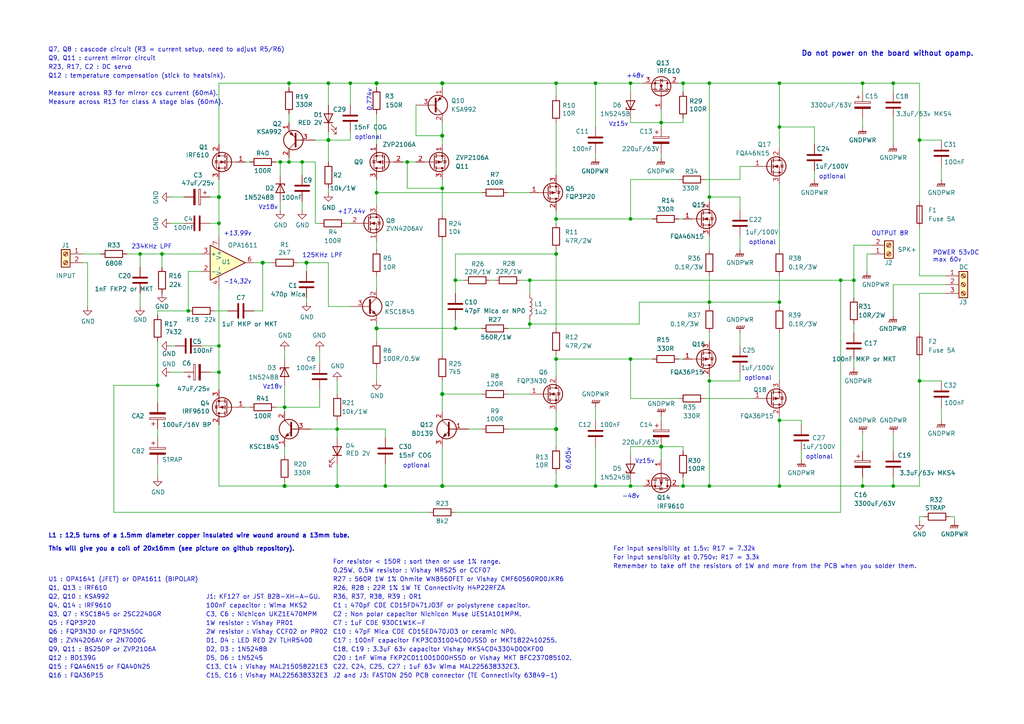
<source format=kicad_sch>
(kicad_sch (version 20211123) (generator eeschema)
  (paper "A4")
  (title_block (title "Q17-TURBO (P2) Amplifier") (date "2023-02-18") (rev "1.0.2") (company "by eng. Tiberiu Vicol") (comment 1 "Modified by Stef for the Q17-TURBO project") (comment 4 "Q17 a QUAD405 audiophile approach"))
  (junction (at 243.84 81.28))
  (junction (at 247.65 81.28))
  (junction (at 54.61 90.17))
  (junction (at 259.08 140.97))
  (junction (at 81.28 46.99))
  (junction (at 205.74 24.13))
  (junction (at 63.5 100.33))
  (junction (at 226.06 87.63))
  (junction (at 76.2 76.2) (diameter 1.016))
  (junction (at 128.27 140.97) (diameter 1.016))
  (junction (at 259.08 24.13))
  (junction (at 205.74 57.15))
  (junction (at 250.19 140.97))
  (junction (at 128.27 39.37) (diameter 1.016))
  (junction (at 205.74 87.63))
  (junction (at 45.72 111.76))
  (junction (at 118.11 46.99))
  (junction (at 83.82 46.99))
  (junction (at 153.67 93.98))
  (junction (at 101.6 24.13))
  (junction (at 63.5 107.95))
  (junction (at 226.06 24.13))
  (junction (at 82.55 140.97) (diameter 1.016))
  (junction (at 266.7 40.64))
  (junction (at 250.19 24.13))
  (junction (at 226.06 36.83))
  (junction (at 109.22 95.25) (diameter 1.016))
  (junction (at 182.88 63.5))
  (junction (at 109.22 24.13) (diameter 1.016))
  (junction (at 88.9 76.2) (diameter 1.016))
  (junction (at 191.77 129.54) (diameter 1.016))
  (junction (at 46.99 73.66))
  (junction (at 161.29 24.13))
  (junction (at 95.25 24.13))
  (junction (at 97.79 124.46))
  (junction (at 198.12 24.13))
  (junction (at 83.82 24.13))
  (junction (at 128.27 54.61))
  (junction (at 161.29 140.97))
  (junction (at 132.08 81.28))
  (junction (at 97.79 140.97) (diameter 1.016))
  (junction (at 128.27 24.13) (diameter 1.016))
  (junction (at 198.12 140.97))
  (junction (at 172.72 24.13))
  (junction (at 161.29 73.66))
  (junction (at 40.64 73.66))
  (junction (at 153.67 81.28))
  (junction (at 172.72 140.97))
  (junction (at 161.29 63.5))
  (junction (at 87.63 46.99))
  (junction (at 161.29 104.14))
  (junction (at 82.55 118.11))
  (junction (at 161.29 124.46) (diameter 1.016))
  (junction (at 109.22 55.88))
  (junction (at 226.06 140.97))
  (junction (at 182.88 104.14))
  (junction (at 63.5 64.77))
  (junction (at 111.76 140.97))
  (junction (at 191.77 35.56))
  (junction (at 128.27 114.3) (diameter 1.016))
  (junction (at 205.74 110.49))
  (junction (at 95.25 40.64) (diameter 1.016))
  (junction (at 182.88 24.13))
  (junction (at 63.5 57.15) (diameter 1.016))
  (junction (at 205.74 140.97))
  (junction (at 226.06 121.92))
  (junction (at 132.08 95.25))
  (junction (at 266.7 110.49))
  (junction (at 182.88 140.97))
  (wire (pts (xy 250.19 24.13) (xy 259.08 24.13)))
  (wire (pts (xy 134.62 81.28) (xy 132.08 81.28)))
  (wire (pts (xy 198.12 130.81) (xy 198.12 129.54)))
  (wire (pts (xy 88.9 76.2) (xy 95.25 76.2)))
  (wire (pts (xy 153.67 81.28) (xy 243.84 81.28)))
  (wire (pts (xy 124.46 148.59) (xy 33.02 148.59)))
  (wire (pts (xy 45.72 111.76) (xy 45.72 116.84)))
  (wire (pts (xy 132.08 73.66) (xy 161.29 73.66)))
  (wire (pts (xy 95.25 40.64) (xy 95.25 38.1)))
  (wire (pts (xy 91.44 40.64) (xy 95.25 40.64)))
  (wire (pts (xy 97.79 121.92) (xy 97.79 124.46)))
  (wire (pts (xy 182.88 63.5) (xy 189.23 63.5)))
  (wire (pts (xy 118.11 54.61) (xy 118.11 46.99)))
  (wire (pts (xy 198.12 129.54) (xy 191.77 129.54)))
  (wire (pts (xy 83.82 33.02) (xy 83.82 35.56)))
  (wire (pts (xy 226.06 24.13) (xy 226.06 36.83)))
  (wire (pts (xy 91.44 64.77) (xy 91.44 46.99)))
  (wire (pts (xy 128.27 54.61) (xy 118.11 54.61)))
  (wire (pts (xy 71.12 46.99) (xy 72.39 46.99)))
  (wire (pts (xy 198.12 24.13) (xy 198.12 26.67)))
  (wire (pts (xy 45.72 99.06) (xy 45.72 111.76)))
  (wire (pts (xy 266.7 85.09) (xy 266.7 96.52)))
  (wire (pts (xy 226.06 36.83) (xy 226.06 43.18)))
  (wire (pts (xy 161.29 119.38) (xy 161.29 124.46)))
  (wire (pts (xy 161.29 124.46) (xy 161.29 129.54)))
  (wire (pts (xy 232.41 133.35) (xy 232.41 130.81)))
  (wire (pts (xy 132.08 73.66) (xy 132.08 81.28)))
  (wire (pts (xy 161.29 63.5) (xy 182.88 63.5)))
  (wire (pts (xy 243.84 81.28) (xy 243.84 148.59)))
  (wire (pts (xy 226.06 87.63) (xy 226.06 88.9)))
  (wire (pts (xy 40.64 77.47) (xy 40.64 73.66)))
  (wire (pts (xy 45.72 134.62) (xy 45.72 138.43)))
  (wire (pts (xy 76.2 76.2) (xy 76.2 90.17)))
  (wire (pts (xy 153.67 93.98) (xy 153.67 95.25)))
  (wire (pts (xy 236.22 41.91) (xy 236.22 36.83)))
  (wire (pts (xy 128.27 69.85) (xy 128.27 102.87)))
  (wire (pts (xy 45.72 124.46) (xy 45.72 127)))
  (wire (pts (xy 191.77 31.75) (xy 191.77 35.56)))
  (wire (pts (xy 63.5 113.03) (xy 63.5 107.95)))
  (wire (pts (xy 205.74 96.52) (xy 205.74 99.06)))
  (wire (pts (xy 247.65 81.28) (xy 247.65 86.36)))
  (wire (pts (xy 214.63 48.26) (xy 218.44 48.26)))
  (wire (pts (xy 111.76 134.62) (xy 111.76 140.97)))
  (wire (pts (xy 247.65 71.12) (xy 247.65 81.28)))
  (wire (pts (xy 226.06 36.83) (xy 236.22 36.83)))
  (wire (pts (xy 226.06 110.49) (xy 226.06 96.52)))
  (wire (pts (xy 83.82 45.72) (xy 83.82 46.99)))
  (wire (pts (xy 161.29 104.14) (xy 161.29 109.22)))
  (wire (pts (xy 40.64 73.66) (xy 46.99 73.66)))
  (wire (pts (xy 128.27 52.07) (xy 128.27 54.61)))
  (wire (pts (xy 132.08 81.28) (xy 132.08 85.09)))
  (wire (pts (xy 205.74 140.97) (xy 226.06 140.97)))
  (wire (pts (xy 161.29 140.97) (xy 172.72 140.97)))
  (wire (pts (xy 182.88 24.13) (xy 186.69 24.13)))
  (wire (pts (xy 25.4 88.9) (xy 25.4 76.2)))
  (wire (pts (xy 236.22 49.53) (xy 236.22 52.07)))
  (wire (pts (xy 63.5 123.19) (xy 63.5 140.97)))
  (wire (pts (xy 71.12 118.11) (xy 72.39 118.11)))
  (wire (pts (xy 153.67 55.88) (xy 147.32 55.88)))
  (wire (pts (xy 33.02 111.76) (xy 45.72 111.76)))
  (wire (pts (xy 33.02 148.59) (xy 33.02 111.76)))
  (wire (pts (xy 250.19 138.43) (xy 250.19 140.97)))
  (wire (pts (xy 128.27 35.56) (xy 128.27 39.37)))
  (wire (pts (xy 161.29 35.56) (xy 161.29 50.8)))
  (wire (pts (xy 198.12 140.97) (xy 205.74 140.97)))
  (wire (pts (xy 153.67 93.98) (xy 185.42 93.98)))
  (wire (pts (xy 82.55 139.7) (xy 82.55 140.97)))
  (wire (pts (xy 80.01 46.99) (xy 81.28 46.99)))
  (wire (pts (xy 259.08 24.13) (xy 259.08 26.67)))
  (wire (pts (xy 251.46 78.74) (xy 251.46 73.66)))
  (wire (pts (xy 182.88 104.14) (xy 182.88 115.57)))
  (wire (pts (xy 46.99 77.47) (xy 46.99 73.66)))
  (wire (pts (xy 252.73 71.12) (xy 247.65 71.12)))
  (wire (pts (xy 60.96 107.95) (xy 63.5 107.95)))
  (wire (pts (xy 205.74 87.63) (xy 205.74 88.9)))
  (wire (pts (xy 204.47 52.07) (xy 214.63 52.07)))
  (wire (pts (xy 101.6 88.9) (xy 95.25 88.9)))
  (wire (pts (xy 95.25 88.9) (xy 95.25 76.2)))
  (wire (pts (xy 214.63 60.96) (xy 214.63 57.15)))
  (wire (pts (xy 36.83 73.66) (xy 40.64 73.66)))
  (wire (pts (xy 266.7 40.64) (xy 266.7 58.42)))
  (wire (pts (xy 128.27 24.13) (xy 161.29 24.13)))
  (wire (pts (xy 266.7 85.09) (xy 274.32 85.09)))
  (wire (pts (xy 259.08 140.97) (xy 250.19 140.97)))
  (wire (pts (xy 83.82 24.13) (xy 95.25 24.13)))
  (wire (pts (xy 128.27 114.3) (xy 139.7 114.3)))
  (wire (pts (xy 142.24 81.28) (xy 143.51 81.28)))
  (wire (pts (xy 62.23 90.17) (xy 66.04 90.17)))
  (wire (pts (xy 191.77 36.83) (xy 191.77 35.56)))
  (wire (pts (xy 172.72 140.97) (xy 182.88 140.97)))
  (wire (pts (xy 226.06 121.92) (xy 232.41 121.92)))
  (wire (pts (xy 63.5 52.07) (xy 63.5 57.15)))
  (wire (pts (xy 63.5 57.15) (xy 63.5 64.77)))
  (wire (pts (xy 95.25 40.64) (xy 101.6 40.64)))
  (wire (pts (xy 147.32 114.3) (xy 153.67 114.3)))
  (wire (pts (xy 60.96 64.77) (xy 63.5 64.77)))
  (wire (pts (xy 153.67 92.71) (xy 153.67 93.98)))
  (wire (pts (xy 147.32 95.25) (xy 153.67 95.25)))
  (wire (pts (xy 196.85 63.5) (xy 198.12 63.5)))
  (wire (pts (xy 82.55 140.97) (xy 97.79 140.97)))
  (wire (pts (xy 205.74 109.22) (xy 205.74 110.49)))
  (wire (pts (xy 196.85 104.14) (xy 198.12 104.14)))
  (wire (pts (xy 191.77 45.72) (xy 191.77 44.45)))
  (wire (pts (xy 49.53 64.77) (xy 53.34 64.77)))
  (wire (pts (xy 101.6 24.13) (xy 109.22 24.13)))
  (wire (pts (xy 161.29 24.13) (xy 172.72 24.13)))
  (wire (pts (xy 161.29 24.13) (xy 161.29 27.94)))
  (wire (pts (xy 81.28 46.99) (xy 83.82 46.99)))
  (wire (pts (xy 132.08 95.25) (xy 139.7 95.25)))
  (wire (pts (xy 92.71 113.03) (xy 92.71 118.11)))
  (wire (pts (xy 25.4 76.2) (xy 24.13 76.2)))
  (wire (pts (xy 97.79 124.46) (xy 97.79 127)))
  (wire (pts (xy 267.97 149.86) (xy 266.7 149.86)))
  (wire (pts (xy 118.11 46.99) (xy 120.65 46.99)))
  (wire (pts (xy 182.88 104.14) (xy 189.23 104.14)))
  (wire (pts (xy 128.27 110.49) (xy 128.27 114.3)))
  (wire (pts (xy 151.13 81.28) (xy 153.67 81.28)))
  (wire (pts (xy 226.06 120.65) (xy 226.06 121.92)))
  (wire (pts (xy 101.6 24.13) (xy 101.6 30.48)))
  (wire (pts (xy 80.01 118.11) (xy 82.55 118.11)))
  (wire (pts (xy 147.32 124.46) (xy 161.29 124.46)))
  (wire (pts (xy 161.29 102.87) (xy 161.29 104.14)))
  (wire (pts (xy 182.88 115.57) (xy 196.85 115.57)))
  (wire (pts (xy 214.63 96.52) (xy 214.63 100.33)))
  (wire (pts (xy 185.42 93.98) (xy 185.42 87.63)))
  (wire (pts (xy 95.25 30.48) (xy 95.25 24.13)))
  (wire (pts (xy 49.53 100.33) (xy 50.8 100.33)))
  (wire (pts (xy 97.79 114.3) (xy 97.79 110.49)))
  (wire (pts (xy 128.27 114.3) (xy 128.27 119.38)))
  (wire (pts (xy 182.88 35.56) (xy 191.77 35.56)))
  (wire (pts (xy 182.88 34.29) (xy 182.88 35.56)))
  (wire (pts (xy 214.63 68.58) (xy 214.63 72.39)))
  (wire (pts (xy 259.08 34.29) (xy 259.08 41.91)))
  (wire (pts (xy 109.22 80.01) (xy 109.22 83.82)))
  (wire (pts (xy 109.22 69.85) (xy 109.22 72.39)))
  (wire (pts (xy 109.22 52.07) (xy 109.22 55.88)))
  (wire (pts (xy 88.9 76.2) (xy 88.9 78.74)))
  (wire (pts (xy 86.36 76.2) (xy 88.9 76.2)))
  (wire (pts (xy 87.63 46.99) (xy 87.63 50.8)))
  (wire (pts (xy 128.27 39.37) (xy 128.27 41.91)))
  (wire (pts (xy 226.06 140.97) (xy 250.19 140.97)))
  (wire (pts (xy 252.73 73.66) (xy 251.46 73.66)))
  (wire (pts (xy 132.08 92.71) (xy 132.08 95.25)))
  (wire (pts (xy 172.72 45.72) (xy 172.72 44.45)))
  (wire (pts (xy 95.25 54.61) (xy 95.25 55.88)))
  (wire (pts (xy 139.7 124.46) (xy 135.89 124.46)))
  (wire (pts (xy 185.42 87.63) (xy 205.74 87.63)))
  (wire (pts (xy 132.08 148.59) (xy 243.84 148.59)))
  (wire (pts (xy 60.96 57.15) (xy 63.5 57.15)))
  (wire (pts (xy 205.74 110.49) (xy 205.74 140.97)))
  (wire (pts (xy 273.05 40.64) (xy 266.7 40.64)))
  (wire (pts (xy 54.61 78.74) (xy 58.42 78.74)))
  (wire (pts (xy 128.27 24.13) (xy 128.27 25.4)))
  (wire (pts (xy 182.88 52.07) (xy 196.85 52.07)))
  (wire (pts (xy 226.06 121.92) (xy 226.06 140.97)))
  (wire (pts (xy 196.85 140.97) (xy 198.12 140.97)))
  (wire (pts (xy 161.29 73.66) (xy 161.29 72.39)))
  (wire (pts (xy 273.05 110.49) (xy 266.7 110.49)))
  (wire (pts (xy 161.29 140.97) (xy 161.29 137.16)))
  (wire (pts (xy 128.27 129.54) (xy 128.27 140.97)))
  (wire (pts (xy 128.27 140.97) (xy 161.29 140.97)))
  (wire (pts (xy 45.72 90.17) (xy 45.72 91.44)))
  (wire (pts (xy 120.65 30.48) (xy 120.65 39.37)))
  (wire (pts (xy 63.5 41.91) (xy 63.5 24.13)))
  (wire (pts (xy 63.5 24.13) (xy 83.82 24.13)))
  (wire (pts (xy 90.17 124.46) (xy 97.79 124.46)))
  (wire (pts (xy 128.27 54.61) (xy 128.27 62.23)))
  (wire (pts (xy 191.77 121.92) (xy 191.77 120.65)))
  (wire (pts (xy 161.29 73.66) (xy 161.29 95.25)))
  (wire (pts (xy 259.08 125.73) (xy 259.08 130.81)))
  (wire (pts (xy 172.72 129.54) (xy 172.72 140.97)))
  (wire (pts (xy 161.29 63.5) (xy 161.29 64.77)))
  (wire (pts (xy 116.84 46.99) (xy 118.11 46.99)))
  (wire (pts (xy 83.82 25.4) (xy 83.82 24.13)))
  (wire (pts (xy 205.74 80.01) (xy 205.74 87.63)))
  (wire (pts (xy 226.06 80.01) (xy 226.06 87.63)))
  (wire (pts (xy 214.63 57.15) (xy 205.74 57.15)))
  (wire (pts (xy 266.7 24.13) (xy 266.7 40.64)))
  (wire (pts (xy 266.7 149.86) (xy 266.7 151.13)))
  (wire (pts (xy 109.22 55.88) (xy 139.7 55.88)))
  (wire (pts (xy 266.7 80.01) (xy 274.32 80.01)))
  (wire (pts (xy 109.22 106.68) (xy 109.22 110.49)))
  (wire (pts (xy 214.63 52.07) (xy 214.63 48.26)))
  (wire (pts (xy 198.12 138.43) (xy 198.12 140.97)))
  (wire (pts (xy 266.7 66.04) (xy 266.7 80.01)))
  (wire (pts (xy 95.25 24.13) (xy 101.6 24.13)))
  (wire (pts (xy 63.5 140.97) (xy 82.55 140.97)))
  (wire (pts (xy 88.9 86.36) (xy 88.9 87.63)))
  (wire (pts (xy 97.79 140.97) (xy 97.79 134.62)))
  (wire (pts (xy 73.66 76.2) (xy 76.2 76.2)))
  (wire (pts (xy 76.2 76.2) (xy 78.74 76.2)))
  (wire (pts (xy 40.64 85.09) (xy 40.64 88.9)))
  (wire (pts (xy 191.77 129.54) (xy 191.77 133.35)))
  (wire (pts (xy 111.76 124.46) (xy 111.76 127)))
  (wire (pts (xy 82.55 118.11) (xy 82.55 119.38)))
  (wire (pts (xy 82.55 118.11) (xy 92.71 118.11)))
  (wire (pts (xy 266.7 110.49) (xy 266.7 140.97)))
  (wire (pts (xy 198.12 24.13) (xy 205.74 24.13)))
  (wire (pts (xy 232.41 123.19) (xy 232.41 121.92)))
  (wire (pts (xy 161.29 104.14) (xy 182.88 104.14)))
  (wire (pts (xy 109.22 24.13) (xy 128.27 24.13)))
  (wire (pts (xy 172.72 24.13) (xy 172.72 36.83)))
  (wire (pts (xy 205.74 24.13) (xy 205.74 57.15)))
  (wire (pts (xy 100.33 64.77) (xy 101.6 64.77)))
  (wire (pts (xy 204.47 115.57) (xy 218.44 115.57)))
  (wire (pts (xy 97.79 140.97) (xy 111.76 140.97)))
  (wire (pts (xy 153.67 81.28) (xy 153.67 85.09)))
  (wire (pts (xy 45.72 90.17) (xy 54.61 90.17)))
  (wire (pts (xy 182.88 140.97) (xy 186.69 140.97)))
  (wire (pts (xy 275.59 149.86) (xy 276.86 149.86)))
  (wire (pts (xy 276.86 149.86) (xy 276.86 151.13)))
  (wire (pts (xy 58.42 100.33) (xy 63.5 100.33)))
  (wire (pts (xy 109.22 95.25) (xy 109.22 99.06)))
  (wire (pts (xy 73.66 90.17) (xy 76.2 90.17)))
  (wire (pts (xy 266.7 104.14) (xy 266.7 110.49)))
  (wire (pts (xy 266.7 24.13) (xy 259.08 24.13)))
  (wire (pts (xy 259.08 82.55) (xy 259.08 91.44)))
  (wire (pts (xy 259.08 82.55) (xy 274.32 82.55)))
  (wire (pts (xy 198.12 35.56) (xy 191.77 35.56)))
  (wire (pts (xy 205.74 87.63) (xy 226.06 87.63)))
  (wire (pts (xy 259.08 138.43) (xy 259.08 140.97)))
  (wire (pts (xy 49.53 107.95) (xy 53.34 107.95)))
  (wire (pts (xy 266.7 140.97) (xy 259.08 140.97)))
  (wire (pts (xy 87.63 46.99) (xy 91.44 46.99)))
  (wire (pts (xy 182.88 139.7) (xy 182.88 140.97)))
  (wire (pts (xy 81.28 46.99) (xy 81.28 50.8)))
  (wire (pts (xy 205.74 24.13) (xy 226.06 24.13)))
  (wire (pts (xy 49.53 57.15) (xy 53.34 57.15)))
  (wire (pts (xy 101.6 38.1) (xy 101.6 40.64)))
  (wire (pts (xy 182.88 63.5) (xy 182.88 52.07)))
  (wire (pts (xy 172.72 24.13) (xy 182.88 24.13)))
  (wire (pts (xy 226.06 53.34) (xy 226.06 72.39)))
  (wire (pts (xy 182.88 129.54) (xy 182.88 132.08)))
  (wire (pts (xy 95.25 40.64) (xy 95.25 46.99)))
  (wire (pts (xy 111.76 140.97) (xy 128.27 140.97)))
  (wire (pts (xy 87.63 60.96) (xy 87.63 58.42)))
  (wire (pts (xy 198.12 34.29) (xy 198.12 35.56)))
  (wire (pts (xy 46.99 73.66) (xy 58.42 73.66)))
  (wire (pts (xy 205.74 57.15) (xy 205.74 58.42)))
  (wire (pts (xy 24.13 73.66) (xy 29.21 73.66)))
  (wire (pts (xy 109.22 55.88) (xy 109.22 59.69)))
  (wire (pts (xy 243.84 81.28) (xy 247.65 81.28)))
  (wire (pts (xy 172.72 118.11) (xy 172.72 121.92)))
  (wire (pts (xy 214.63 107.95) (xy 214.63 110.49)))
  (wire (pts (xy 82.55 101.6) (xy 82.55 104.14)))
  (wire (pts (xy 92.71 64.77) (xy 91.44 64.77)))
  (wire (pts (xy 92.71 101.6) (xy 92.71 105.41)))
  (wire (pts (xy 63.5 100.33) (xy 63.5 107.95)))
  (wire (pts (xy 247.65 104.14) (xy 247.65 106.68)))
  (wire (pts (xy 63.5 83.82) (xy 63.5 100.33)))
  (wire (pts (xy 161.29 60.96) (xy 161.29 63.5)))
  (wire (pts (xy 63.5 68.58) (xy 63.5 64.77)))
  (wire (pts (xy 247.65 93.98) (xy 247.65 96.52)))
  (wire (pts (xy 205.74 72.39) (xy 205.74 68.58)))
  (wire (pts (xy 250.19 34.29) (xy 250.19 36.83)))
  (wire (pts (xy 182.88 24.13) (xy 182.88 26.67)))
  (wire (pts (xy 97.79 124.46) (xy 111.76 124.46)))
  (wire (pts (xy 82.55 111.76) (xy 82.55 118.11)))
  (wire (pts (xy 109.22 95.25) (xy 132.08 95.25)))
  (wire (pts (xy 273.05 48.26) (xy 273.05 52.07)))
  (wire (pts (xy 109.22 93.98) (xy 109.22 95.25)))
  (wire (pts (xy 250.19 130.81) (xy 250.19 125.73)))
  (wire (pts (xy 81.28 58.42) (xy 81.28 60.96)))
  (wire (pts (xy 109.22 33.02) (xy 109.22 41.91)))
  (wire (pts (xy 226.06 24.13) (xy 250.19 24.13)))
  (wire (pts (xy 128.27 39.37) (xy 120.65 39.37)))
  (wire (pts (xy 273.05 118.11) (xy 273.05 121.92)))
  (wire (pts (xy 250.19 26.67) (xy 250.19 24.13)))
  (wire (pts (xy 196.85 24.13) (xy 198.12 24.13)))
  (wire (pts (xy 83.82 46.99) (xy 87.63 46.99)))
  (wire (pts (xy 191.77 129.54) (xy 182.88 129.54)))
  (wire (pts (xy 82.55 132.08) (xy 82.55 129.54)))
  (wire (pts (xy 109.22 24.13) (xy 109.22 25.4)))
  (wire (pts (xy 54.61 90.17) (xy 54.61 78.74)))
  (wire (pts (xy 205.74 110.49) (xy 214.63 110.49)))
  (text "D1, D4 : LED RED 2V TLHR5400" (at 59.69 186.69 0) (effects (font (size 1.27 1.27)) (justify left bottom)))
  (text "Do not power on the board without opamp." (at 232.41 16.51 0) (effects (font (size 1.5 1.5) (thickness 0.254) bold) (justify left bottom)))
  (text "C10 : 47pF Mica CDE CD15ED470JO3 or ceramic NP0." (at 96.52 184.15 0) (effects (font (size 1.27 1.27)) (justify left bottom)))
  (text "C15, C16 : Vishay MAL225638332E3" (at 59.69 196.85 0) (effects (font (size 1.27 1.27)) (justify left bottom)))
  (text "+13,99v" (at 64.77 68.58 0) (effects (font (size 1.27 1.27) italic) (justify left bottom)))
  (text "Vz15v" (at 176.53 36.83 0) (effects (font (size 1.27 1.27)) (justify left bottom)))
  (text "+48v" (at 181.61 22.86 0) (effects (font (size 1.27 1.27) italic) (justify left bottom)))
  (text "R27 : 560R 1W 1% Ohmite WNB560FET or Vishay CMF60560R00JKR6" (at 96.52 168.91 0) (effects (font (size 1.27 1.27)) (justify left bottom)))
  (text "Q12 : BD139G" (at 13.97 191.77 0) (effects (font (size 1.27 1.27)) (justify left bottom)))
  (text "Q4, Q14 : IRF9610" (at 13.97 176.53 0) (effects (font (size 1.27 1.27)) (justify left bottom)))
  (text "C20 : 1nF Wima FKP2C011001D00HSSD or Vishay MKT BFC237085102." (at 96.52 191.77 0) (effects (font (size 1.27 1.27)) (justify left bottom)))
  (text "D5, D6 : 1N5245" (at 59.69 191.77 0) (effects (font (size 1.27 1.27)) (justify left bottom)))
  (text "U1 : OPA1641 (JFET) or OPA1611 (BIPOLAR)" (at 13.97 168.91 0) (effects (font (size 1.27 1.27)) (justify left bottom)))
  (text "This will give you a coil of 20x16mm (see picture on github repository)." (at 13.97 160.02 0) (effects (font (size 1.27 1.27) (thickness 0.254) bold) (justify left bottom)))
  (text "Q12 : temperature compensation (stick to heatsink)." (at 13.97 22.86 0) (effects (font (size 1.27 1.27)) (justify left bottom)))
  (text "Vz18v" (at 74.93 60.96 0) (effects (font (size 1.27 1.27)) (justify left bottom)))
  (text "C13, C14 : Vishay MAL215058221E3" (at 59.69 194.31 0) (effects (font (size 1.27 1.27)) (justify left bottom)))
  (text "C18, C19 : 3.3uF 63v capacitor Vishay MKS4C043304D00KF00" (at 96.52 189.23 0) (effects (font (size 1.27 1.27)) (justify left bottom)))
  (text "Q9, Q11 : BS250P or ZVP2106A" (at 13.97 189.23 0) (effects (font (size 1.27 1.27)) (justify left bottom)))
  (text "C1 : 470pF CDE CD15FD471JO3F or polystyrene capacitor." (at 96.52 176.53 0) (effects (font (size 1.27 1.27)) (justify left bottom)))
  (text "J2 and J3: FASTON 250 PCB connector (TE Connectivity 63849-1)" (at 96.52 196.85 0) (effects (font (size 1.27 1.27)) (justify left bottom)))
  (text "optional" (at 116.84 135.89 0) (effects (font (size 1.27 1.27)) (justify left bottom)))
  (text "Q15 : FQA46N15 or FQA40N25" (at 13.97 194.31 0) (effects (font (size 1.27 1.27)) (justify left bottom)))
  (text "0,774v" (at 107.9362 32.4403 90) (effects (font (size 1.27 1.27) italic) (justify left bottom)))
  (text "C17 : 100nF capacitor FKP3C031004C00JSSD or MKT1822410255." (at 96.52 186.69 0) (effects (font (size 1.27 1.27)) (justify left bottom)))
  (text "R23, R17, C2 : DC servo" (at 13.97 20.32 0) (effects (font (size 1.27 1.27)) (justify left bottom)))
  (text "234KHz LPF" (at 38.1 72.39 0) (effects (font (size 1.27 1.27)) (justify left bottom)))
  (text "Q9, Q11 : current mirror circuit" (at 13.97 17.78 0) (effects (font (size 1.27 1.27)) (justify left bottom)))
  (text "Q1, Q13 : IRF610" (at 13.97 171.45 0) (effects (font (size 1.27 1.27)) (justify left bottom)))
  (text "OUTPUT 8R" (at 252.73 68.58 0) (effects (font (size 1.27 1.27)) (justify left bottom)))
  (text "Q3, Q7 : KSC1845 or 2SC2240GR" (at 13.97 179.07 0) (effects (font (size 1.27 1.27)) (justify left bottom)))
  (text "Q5 : FQP3P20" (at 13.97 181.61 0) (effects (font (size 1.27 1.27)) (justify left bottom)))
  (text "optional" (at 237.49 52.07 0) (effects (font (size 1.27 1.27)) (justify left bottom)))
  (text "L1 : 12,5 turns of a 1.5mm diameter copper insulated wire wound around a 13mm tube." (at 13.97 156.21 0) (effects (font (size 1.27 1.27) (thickness 0.254) bold) (justify left bottom)))
  (text "C22, C24, C25, C27 : 1uF 63v Wima MAL225638332E3." (at 96.52 194.31 0) (effects (font (size 1.27 1.27)) (justify left bottom)))
  (text "Q7, Q8 : cascode circuit (R3 = current setup, need to adjust R5/R6)" (at 13.97 15.24 0) (effects (font (size 1.27 1.27)) (justify left bottom)))
  (text "For input sensibility at 0.750v: R17 = 3.3k" (at 177.8 162.56 0) (effects (font (size 1.27 1.27)) (justify left bottom)))
  (text "C3, C6 : Nichicon UKZ1E470MPM" (at 59.69 179.07 0) (effects (font (size 1.27 1.27)) (justify left bottom)))
  (text "1W resistor : Vishay PR01" (at 59.69 181.61 0) (effects (font (size 1.27 1.27)) (justify left bottom)))
  (text "C7 : 1uF CDE 930C1W1K-F" (at 96.52 181.61 0) (effects (font (size 1.27 1.27)) (justify left bottom)))
  (text "D2, D3 : 1N5248B" (at 59.69 189.23 0) (effects (font (size 1.27 1.27)) (justify left bottom)))
  (text "Q6 : FQP3N30 or FQP3N50C" (at 13.97 184.15 0) (effects (font (size 1.27 1.27)) (justify left bottom)))
  (text "For input sensibility at 1.5v: R17 = 7.32k" (at 177.8 160.02 0) (effects (font (size 1.27 1.27)) (justify left bottom)))
  (text "J1: KF127 or JST B2B-XH-A-GU." (at 59.69 173.99 0) (effects (font (size 1.27 1.27)) (justify left bottom)))
  (text "-48v" (at 180.34 144.78 0) (effects (font (size 1.27 1.27) italic) (justify left bottom)))
  (text "Remember to take off the resistors of 1W and more from the PCB when you solder them." (at 177.8 165.1 0) (effects (font (size 1.27 1.27)) (justify left bottom)))
  (text "Q16 : FQA36P15" (at 13.97 196.85 0) (effects (font (size 1.27 1.27)) (justify left bottom)))
  (text "R26, R28 : 22R 1% 1W TE Connectivity H4P22RFZA" (at 96.52 171.45 0) (effects (font (size 1.27 1.27)) (justify left bottom)))
  (text "0,605v" (at 165.6154 136.5264 90) (effects (font (size 1.27 1.27) italic) (justify left bottom)))
  (text "C2 : Non polar capacitor Nichicon Muse UES1A101MPM." (at 96.52 179.07 0) (effects (font (size 1.27 1.27)) (justify left bottom)))
  (text "2W resistor : Vishay CCF02 or PR02" (at 59.69 184.15 0) (effects (font (size 1.27 1.27)) (justify left bottom)))
  (text "0.25W, 0.5W resistor : Vishay MRS25 or CCF07" (at 96.52 166.37 0) (effects (font (size 1.27 1.27)) (justify left bottom)))
  (text "optional" (at 102.87 40.64 0) (effects (font (size 1.27 1.27)) (justify left bottom)))
  (text "POWER 53vDC\nmax 60v" (at 270.51 76.2 0) (effects (font (size 1.27 1.27)) (justify left bottom)))
  (text "125KHz LPF" (at 87.63 74.93 0) (effects (font (size 1.27 1.27)) (justify left bottom)))
  (text "Measure across R3 for mirror ccs current (60mA)." (at 13.97 27.94 0) (effects (font (size 1.27 1.27)) (justify left bottom)))
  (text "R36, R37, R38, R39 : 0R1" (at 96.52 173.99 0) (effects (font (size 1.27 1.27)) (justify left bottom)))
  (text "+17,44v" (at 97.79 62.23 0) (effects (font (size 1.27 1.27) italic) (justify left bottom)))
  (text "Measure across R13 for class A stage bias (60mA)." (at 13.97 30.48 0) (effects (font (size 1.27 1.27)) (justify left bottom)))
  (text "100nF capacitor : Wima MKS2" (at 59.69 176.53 0) (effects (font (size 1.27 1.27)) (justify left bottom)))
  (text "optional" (at 215.9 110.49 0) (effects (font (size 1.27 1.27)) (justify left bottom)))
  (text "Vz15v" (at 184.15 134.62 0) (effects (font (size 1.27 1.27)) (justify left bottom)))
  (text "Vz18v" (at 76.2 113.03 0) (effects (font (size 1.27 1.27)) (justify left bottom)))
  (text "Q2, Q10 : KSA992" (at 13.97 173.99 0) (effects (font (size 1.27 1.27)) (justify left bottom)))
  (text "optional" (at 217.17 71.12 0) (effects (font (size 1.27 1.27)) (justify left bottom)))
  (text "-14,32v" (at 64.77 82.55 0) (effects (font (size 1.27 1.27) italic) (justify left bottom)))
  (text "optional" (at 233.68 133.35 0) (effects (font (size 1.27 1.27)) (justify left bottom)))
  (text "Q8 : ZVN4206AV or 2N7000G" (at 13.97 186.69 0) (effects (font (size 1.27 1.27)) (justify left bottom)))
  (text "For resistor < 150R : sort then or use 1% range." (at 96.52 163.83 0) (effects (font (size 1.27 1.27)) (justify left bottom)))
  (symbol (lib_id "Device:Q_NPN_BCE") (at 130.81 124.46 0) (mirror y) (unit 1)
    (property "Reference" "Q12" (at 125.73 123.1899 0) (effects (justify left)))
    (property "Value" "BD139" (at 125.73 125.7299 0) (effects (justify left)))
    (property "Footprint" "Q17_Library:BD139_Horizontal_TabDown" (effects hide))
    (property "Part#" "BD139G" (effects hide))
  )
  (symbol (lib_id "Device:R") (at 33.02 73.66 270) (mirror x) (unit 1)
    (property "Reference" "R33" (at 33.02 71.12 90))
    (property "Value" "680R" (at 33.0388 76.3985 90))
    (property "Footprint" "Resistor_THT:R_Axial_DIN0207_L6.3mm_D2.5mm_P10.16mm_Horizontal" (effects hide))
    (property "Part#" "MRS25000C6800FCT00" (effects hide))
  )
  (symbol (lib_id "Device:R") (at 161.29 133.35 0) (unit 1)
    (property "Reference" "R13" (at 155.194 132.588 0) (effects (justify left)))
    (property "Value" "10R" (at 155.194 134.8867 0) (effects (justify left)))
    (property "Footprint" "Resistor_THT:R_Axial_DIN0207_L6.3mm_D2.5mm_P10.16mm_Horizontal" (effects hide))
    (property "Part#" "MRS25000C1009FCT00" (effects hide))
  )
  (symbol (lib_id "Device:C") (at 40.64 81.28 180) (unit 1)
    (property "Reference" "C20" (at 38.1 80.01 0) (effects (justify left)))
    (property "Value" "1nF FKP2 or MKT" (at 44.45 83.82 0) (effects (justify left)))
    (property "Footprint" "Q17_Library:C_Mica_v2_L11.4mm_W4.3mm_H9.1_P5.9mm_mix" (effects hide))
    (property "Part#" "FKP2D011001D00JSSD" (effects hide))
  )
  (symbol (lib_id "power:GND") (at 46.99 85.09 0) (unit 1)
    (property "Reference" "#PWR0113" (effects hide))
    (property "Value" "GND" (at 46.99 88.9 0))
  )
  (symbol (lib_id "Device:Q_PNP_ECB") (at 125.73 30.48 0) (mirror x) (unit 1)
    (property "Reference" "Q10" (at 130.81 29.2099 0) (effects (justify left)))
    (property "Value" "KSA992" (at 130.81 31.7499 0) (effects (justify left)))
    (property "Footprint" "Package_TO_SOT_THT:TO-92_Inline_Wide" (effects hide))
    (property "Part#" "KSA992FBTA" (effects hide))
  )
  (symbol (lib_id "Device:R") (at 247.65 90.17 0) (unit 1)
    (property "Reference" "R31" (at 248.92 88.9 0) (effects (justify left)))
    (property "Value" "10R/2W" (at 248.92 91.44 0) (effects (justify left)))
    (property "Footprint" "Q17_Library:R_Axial_L12.0mm_D5.0mm_P15.24mm_Horizontal_Dale_1W" (effects hide))
    (property "Part#" "PR02000201009JR500" (effects hide))
  )
  (symbol (lib_id "Device:C") (at 57.15 64.77 90) (unit 1)
    (property "Reference" "C4" (at 54.61 63.5 90))
    (property "Value" "100nF" (at 53.34 66.04 90))
    (property "Footprint" "Capacitor_THT:C_Rect_L7.2mm_W2.5mm_P5.00mm_FKS2_FKP2_MKS2_MKP2" (effects hide))
    (property "Spice_Primitive" "C" (effects hide))
    (property "Spice_Model" "100n" (effects hide))
    (property "Spice_Netlist_Enabled" "Y" (effects hide))
    (property "Part#" "MKS2D031001A00KSSD" (effects hide))
  )
  (symbol (lib_id "power:GND") (at 45.72 138.43 0) (unit 1)
    (property "Reference" "#PWR0107" (effects hide))
    (property "Value" "GND" (at 45.8343 142.7544 0))
  )
  (symbol (lib_id "Device:R") (at 82.55 76.2 90) (unit 1)
    (property "Reference" "R1" (at 82.55 70.9738 90))
    (property "Value" "2k7" (at 82.55 73.2725 90))
    (property "Footprint" "Resistor_THT:R_Axial_DIN0207_L6.3mm_D2.5mm_P10.16mm_Horizontal" (effects hide))
    (property "Part#" "MRS25000C2701FCT00" (effects hide))
  )
  (symbol (lib_id "power:GNDPWR") (at 191.77 120.65 180) (unit 1)
    (property "Reference" "#PWR0121" (effects hide))
    (property "Value" "GNDPWR" (at 191.77 117.094 0))
  )
  (symbol (lib_id "Device:C") (at 236.22 45.72 180) (unit 1)
    (property "Reference" "C24" (at 238.76 43.18 0))
    (property "Value" "1uF/100V" (at 241.3 48.26 0))
    (property "Footprint" "Capacitor_THT:C_Rect_L7.2mm_W7.2mm_P5.00mm_FKS2_FKP2_MKS2_MKP2" (effects hide))
    (property "Part#" "MKS2D041001K00JSSD" (effects hide))
  )
  (symbol (lib_id "Device:R") (at 205.74 92.71 0) (unit 1)
    (property "Reference" "R37" (at 199.39 91.44 0) (effects (justify left)))
    (property "Value" "0.1R/3W" (at 194.31 93.98 0) (effects (justify left)))
    (property "Footprint" "Resistor_THT:R_Axial_DIN0614_L14.3mm_D5.7mm_P7.62mm_Vertical" (effects hide))
    (property "Datasheet" "https://www.mouser.fr/ProductDetail/KOA-Speer/BPR58CR10J?qs=c3C3yipULq1EyCkbnj3nTQ%3D%3D" (effects hide))
    (property "Part#" "KOA MOSX3CT631RR10J" (effects hide))
  )
  (symbol (lib_id "Device:C") (at 172.72 125.73 0) (unit 1)
    (property "Reference" "C12" (at 167.64 123.19 0) (effects (justify left)))
    (property "Value" "100nF" (at 173.99 123.19 0) (effects (justify left)))
    (property "Footprint" "Capacitor_THT:C_Rect_L7.2mm_W2.5mm_P5.00mm_FKS2_FKP2_MKS2_MKP2" (effects hide))
    (property "Spice_Primitive" "C" (effects hide))
    (property "Spice_Model" "100n" (effects hide))
    (property "Spice_Netlist_Enabled" "Y" (effects hide))
    (property "Part#" "MKS2D031001A00KSSD" (effects hide))
  )
  (symbol (lib_id "Device:R") (at 161.29 68.58 0) (unit 1)
    (property "Reference" "R11" (at 163.83 67.31 0) (effects (justify left)))
    (property "Value" "47R/2W" (at 163.83 69.85 0) (effects (justify left)))
    (property "Footprint" "Resistor_THT:R_Axial_DIN0411_L9.9mm_D3.6mm_P12.70mm_Horizontal" (effects hide))
    (property "Part#" "CCF0247R0JKE36" (effects hide))
  )
  (symbol (lib_id "Device:R") (at 143.51 124.46 90) (unit 1)
    (property "Reference" "R9" (at 143.51 119.2338 90))
    (property "Value" "100R" (at 143.51 121.533 90))
    (property "Footprint" "Resistor_THT:R_Axial_DIN0207_L6.3mm_D2.5mm_P10.16mm_Horizontal" (effects hide))
    (property "Part#" "MRS25000C1000FC100" (effects hide))
  )
  (symbol (lib_id "Device:R") (at 97.79 118.11 0) (mirror x) (unit 1)
    (property "Reference" "R21" (at 99.06 116.84 0) (effects (justify left)))
    (property "Value" "10k/1W" (at 99.06 119.38 0) (effects (justify left)))
    (property "Footprint" "Resistor_THT:R_Axial_DIN0207_L6.3mm_D2.5mm_P10.16mm_Horizontal" (effects hide))
    (property "Part#" "PR01000101002JR500" (effects hide))
  )
  (symbol (lib_id "Device:LED") (at 95.25 34.29 90) (unit 1)
    (property "Reference" "D1" (at 90.9451 33.2836 90) (effects (justify right)))
    (property "Value" "RED 2V" (at 86.36 35.56 90) (effects (justify right)))
    (property "Footprint" "LED_THT:LED_D5.0mm" (effects hide))
    (property "Part#" "TLHR5400" (effects hide))
  )
  (symbol (lib_id "Device:Q_NPN_ECB") (at 85.09 124.46 0) (mirror y) (unit 1)
    (property "Reference" "Q3" (at 81.026 127 0) (effects (justify left)))
    (property "Value" "KSC1845" (at 81.026 129.54 0) (effects (justify left)))
    (property "Footprint" "Package_TO_SOT_THT:TO-92_Inline_Wide" (effects hide))
    (property "Part#" "KSC1845FTA" (effects hide))
  )
  (symbol (lib_id "Device:C_Polarized") (at 250.19 134.62 0) (unit 1)
    (property "Reference" "C16" (at 247.65 143.51 0) (effects (justify left)))
    (property "Value" "3300uF/63V" (at 247.65 146.05 0) (effects (justify left)))
    (property "Footprint" "Capacitor_THT:CP_Radial_D25.0mm_P10.00mm_SnapIn" (effects hide))
    (property "Datasheet" "https://www.mouser.fr/ProductDetail/Vishay/MAL225628222E3?qs=9jMkQ3H923KBKApxo5QwDw%3D%3D" (effects hide))
    (property "Part#" "MAL225638332E3" (effects hide))
  )
  (symbol (lib_id "Device:R") (at 193.04 104.14 90) (unit 1)
    (property "Reference" "R15" (at 194.31 98.552 90) (effects (justify left)))
    (property "Value" "330R" (at 195.58 101.092 90) (effects (justify left)))
    (property "Footprint" "Resistor_THT:R_Axial_DIN0207_L6.3mm_D2.5mm_P10.16mm_Horizontal" (effects hide))
    (property "Part#" "MRS25000C3300FC1" (effects hide))
  )
  (symbol (lib_id "power:GNDPWR") (at 172.72 118.11 180) (unit 1)
    (property "Reference" "#PWR0120" (effects hide))
    (property "Value" "GNDPWR" (at 172.72 114.3 0))
  )
  (symbol (lib_id "Device:C") (at 172.72 40.64 180) (unit 1)
    (property "Reference" "C11" (at 168.91 38.1 0))
    (property "Value" "100nF" (at 168.91 43.18 0))
    (property "Footprint" "Capacitor_THT:C_Rect_L7.2mm_W2.5mm_P5.00mm_FKS2_FKP2_MKS2_MKP2" (effects hide))
    (property "Spice_Primitive" "C" (effects hide))
    (property "Spice_Model" "100n" (effects hide))
    (property "Spice_Netlist_Enabled" "Y" (effects hide))
    (property "Part#" "MKS2D031001A00KSSD" (effects hide))
  )
  (symbol (lib_id "power:GND") (at 266.7 151.13 0) (unit 1)
    (property "Reference" "#PWR0124" (effects hide))
    (property "Value" "GND" (at 266.7 154.94 0))
  )
  (symbol (lib_id "power:GNDPWR") (at 259.08 91.44 0) (unit 1)
    (property "Reference" "#PWR0128" (effects hide))
    (property "Value" "GNDPWR" (at 258.953 95.358 0))
  )
  (symbol (lib_id "Device:C") (at 87.63 54.61 180) (unit 1)
    (property "Reference" "C9" (at 89.2165 52.3017 0))
    (property "Value" "100nF" (at 84.6399 57.2837 0))
    (property "Footprint" "Capacitor_THT:C_Rect_L7.2mm_W2.5mm_P5.00mm_FKS2_FKP2_MKS2_MKP2" (effects hide))
    (property "Spice_Primitive" "C" (effects hide))
    (property "Spice_Model" "100n" (effects hide))
    (property "Spice_Netlist_Enabled" "Y" (effects hide))
    (property "Part#" "MKS2D031001A00KSSD" (effects hide))
  )
  (symbol (lib_id "power:GND") (at 25.4 88.9 0) (unit 1)
    (property "Reference" "#PWR0114" (effects hide))
    (property "Value" "GND" (at 25.5143 93.2244 0))
  )
  (symbol (lib_id "Device:LED") (at 97.79 130.81 270) (mirror x) (unit 1)
    (property "Reference" "D4" (at 102.87 129.286 90) (effects (justify right)))
    (property "Value" "RED 2V" (at 107.4348 131.5054 90) (effects (justify right)))
    (property "Footprint" "LED_THT:LED_D5.0mm" (effects hide))
    (property "Part#" "TLHR5400" (effects hide))
  )
  (symbol (lib_id "Device:R") (at 193.04 63.5 270) (mirror x) (unit 1)
    (property "Reference" "R14" (at 191.77 58.166 90) (effects (justify left)))
    (property "Value" "330R" (at 190.5 60.706 90) (effects (justify left)))
    (property "Footprint" "Resistor_THT:R_Axial_DIN0207_L6.3mm_D2.5mm_P10.16mm_Horizontal" (effects hide))
    (property "Part#" "MRS25000C3300FC1" (effects hide))
  )
  (symbol (lib_id "Device:R") (at 161.29 31.75 0) (unit 1)
    (property "Reference" "R10" (at 163.0681 30.6006 0) (effects (justify left)))
    (property "Value" "10R" (at 163.0681 32.8993 0) (effects (justify left)))
    (property "Footprint" "Resistor_THT:R_Axial_DIN0207_L6.3mm_D2.5mm_P10.16mm_Horizontal" (effects hide))
    (property "Part#" "MRS25000C1009FCT00" (effects hide))
  )
  (symbol (lib_id "power:GNDPWR") (at 250.19 125.73 180) (unit 1)
    (property "Reference" "#PWR0125" (effects hide))
    (property "Value" "GNDPWR" (at 250.19 121.92 0))
  )
  (symbol (lib_id "Device:R") (at 138.43 81.28 90) (unit 1)
    (property "Reference" "R26" (at 138.5756 76.5684 90))
    (property "Value" "22R/1W" (at 138.5756 78.8671 90))
    (property "Footprint" "Resistor_THT:R_Axial_DIN0411_L9.9mm_D3.6mm_P12.70mm_Horizontal" (effects hide))
    (property "Part#" "H4P22RFZA" (effects hide))
  )
  (symbol (lib_id "power:GNDPWR") (at 236.22 52.07 0) (unit 1)
    (property "Reference" "#PWR0130" (effects hide))
    (property "Value" "GNDPWR" (at 236.22 55.88 0))
  )
  (symbol (lib_id "Device:D_Zener") (at 182.88 30.48 90) (unit 1)
    (property "Reference" "D6" (at 180.34 30.48 90) (effects (justify left)))
    (property "Value" "1N5245B" (at 182.88 33.02 90) (effects (justify left)))
    (property "Footprint" "Diode_THT:D_DO-35_SOD27_P7.62mm_Horizontal" (effects hide))
    (property "Datasheet" "https://www.mouser.fr/ProductDetail/512-1N5245BTR" (effects hide))
    (property "Part#" "1N5245BTR" (effects hide))
  )
  (symbol (lib_id "Device:C") (at 111.76 130.81 0) (unit 1)
    (property "Reference" "C30" (at 115.57 129.5399 0) (effects (justify left)))
    (property "Value" "15nF COG" (at 115.57 132.0799 0) (effects (justify left)))
    (property "Footprint" "Capacitor_SMD:C_1206_3216Metric" (effects hide))
    (property "Part#" "C3216NP01H153J060AA" (effects hide))
  )
  (symbol (lib_id "Device:R") (at 76.2 46.99 90) (unit 1)
    (property "Reference" "R40" (at 76.2 44.45 90))
    (property "Value" "100R" (at 76.2 49.53 90))
    (property "Footprint" "Resistor_THT:R_Axial_DIN0207_L6.3mm_D2.5mm_P10.16mm_Horizontal" (effects hide))
    (property "Part#" "MRS25000C1000FC100" (effects hide))
  )
  (symbol (lib_id "Device:R") (at 46.99 81.28 180) (unit 1)
    (property "Reference" "R16" (at 50.8 80.01 0))
    (property "Value" "22k" (at 50.8 82.55 0))
    (property "Footprint" "Resistor_THT:R_Axial_DIN0207_L6.3mm_D2.5mm_P10.16mm_Horizontal" (effects hide))
    (property "Part#" "MRS25000C2202FCT00" (effects hide))
  )
  (symbol (lib_id "power:GNDPWR") (at 250.19 36.83 0) (unit 1)
    (property "Reference" "#PWR0118" (effects hide))
    (property "Value" "GNDPWR" (at 250.19 40.64 0))
  )
  (symbol (lib_id "Device:Q_NPN_ECB") (at 106.68 88.9 0) (unit 1)
    (property "Reference" "Q7" (at 111.5315 88.1391 0) (effects (justify left)))
    (property "Value" "KSC1845" (at 111.5315 90.4378 0) (effects (justify left)))
    (property "Footprint" "Package_TO_SOT_THT:TO-92_Inline_Wide" (effects hide))
    (property "Part#" "KSC1845FTA" (effects hide))
  )
  (symbol (lib_id "power:GNDPWR") (at 214.63 96.52 180) (unit 1)
    (property "Reference" "#PWR0132" (effects hide))
    (property "Value" "GNDPWR" (at 214.63 92.71 0))
  )
  (symbol (lib_id "Device:C_Polarized") (at 57.15 107.95 90) (unit 1)
    (property "Reference" "C6" (at 54.1221 105.363 90))
    (property "Value" "47uF/25v" (at 56.134 112.776 90))
    (property "Footprint" "Capacitor_THT:CP_Radial_D10.0mm_P5.00mm" (effects hide))
    (property "Part#" "Nichicon Muse UKZ1E470MPM" (effects hide))
  )
  (symbol (lib_id "Device:Q_NMOS_GDS") (at 203.2 63.5 0) (unit 1)
    (property "Reference" "Q15" (at 200.66 59.436 0) (effects (justify left)))
    (property "Value" "FQA46N15" (at 194.31 68.58 0) (effects (justify left)))
    (property "Footprint" "Q17_Library:TO-3PB-3_Horizontal_TabDown_6mmHole" (effects hide))
    (property "Part#" "FQA46N15" (effects hide))
  )
  (symbol (lib_id "Device:Q_PMOS_GDS") (at 223.52 115.57 0) (mirror x) (unit 1)
    (property "Reference" "Q18" (at 218.44 113.03 0) (effects (justify left)))
    (property "Value" "FQA36P15" (at 214.63 120.65 0) (effects (justify left)))
    (property "Footprint" "Q17_Library:TO-3PB-3_Horizontal_TabDown_6mmHole" (effects hide))
    (property "Part#" "FQA36P15" (effects hide))
  )
  (symbol (lib_id "Device:C_Polarized") (at 191.77 40.64 0) (unit 1)
    (property "Reference" "C13" (at 185.42 38.1 0) (effects (justify left)))
    (property "Value" "220uF/63V" (at 180.34 43.18 0) (effects (justify left)))
    (property "Footprint" "Capacitor_THT:CP_Radial_D12.5mm_P5.00mm" (effects hide))
    (property "Part#" "MAL215058221E3" (effects hide))
  )
  (symbol (lib_id "Device:L") (at 153.67 88.9 0) (unit 1)
    (property "Reference" "L1" (at 154.9401 88.1391 0) (effects (justify left)))
    (property "Value" "1u2" (at 154.9401 90.4378 0) (effects (justify left)))
    (property "Footprint" "Q17_Library:L_Radial_D13mm_Q17_P2" (effects hide))
    (property "Part#" "L1 : 12,5 turns of a 1.5mm diameter copper insulated wire wound around a 13mm tube." (effects hide))
  )
  (symbol (lib_id "Device:R") (at 83.82 29.21 0) (unit 1)
    (property "Reference" "R19" (at 85.5981 28.0606 0) (effects (justify left)))
    (property "Value" "330R" (at 85.598 30.359 0) (effects (justify left)))
    (property "Footprint" "Resistor_THT:R_Axial_DIN0207_L6.3mm_D2.5mm_P10.16mm_Horizontal" (effects hide))
    (property "Part#" "MRS25000C3300FC1" (effects hide))
  )
  (symbol (lib_id "Device:C_Polarized") (at 45.72 120.65 0) (mirror x) (unit 1)
    (property "Reference" "CA2" (at 38.1 120.65 0) (effects (justify left)))
    (property "Value" "100uF/16V BP" (at 46.99 123.19 0) (effects (justify left)))
    (property "Footprint" "Capacitor_THT:CP_Radial_D10.0mm_P5.00mm" (effects hide))
    (property "Part#" "UES1A101MPM" (effects hide))
  )
  (symbol (lib_id "Device:C") (at 232.41 127 0) (mirror x) (unit 1)
    (property "Reference" "C27" (at 237.49 127 0))
    (property "Value" "1uF/100V" (at 237.49 129.54 0))
    (property "Footprint" "Capacitor_THT:C_Rect_L7.2mm_W7.2mm_P5.00mm_FKS2_FKP2_MKS2_MKP2" (effects hide))
    (property "Part#" "MKS2D041001K00JSSD" (effects hide))
  )
  (symbol (lib_id "Device:R") (at 143.51 95.25 90) (unit 1)
    (property "Reference" "R27" (at 143.51 92.71 90))
    (property "Value" "560R/1W" (at 143.9061 97.8047 90))
    (property "Footprint" "Resistor_THT:R_Axial_DIN0411_L9.9mm_D3.6mm_P12.70mm_Horizontal" (effects hide))
    (property "Part#" "WNB560FET" (effects hide))
  )
  (symbol (lib_id "Device:R") (at 161.29 99.06 0) (unit 1)
    (property "Reference" "R12" (at 163.83 97.79 0) (effects (justify left)))
    (property "Value" "47R/2W" (at 163.83 100.33 0) (effects (justify left)))
    (property "Footprint" "Resistor_THT:R_Axial_DIN0411_L9.9mm_D3.6mm_P12.70mm_Horizontal" (effects hide))
    (property "Part#" "CCF0247R0JKE36" (effects hide))
  )
  (symbol (lib_id "Device:C") (at 88.9 82.55 0) (unit 1)
    (property "Reference" "C1" (at 83.566 82.804 0) (effects (justify left)))
    (property "Value" "470p Mica" (at 78.486 85.344 0) (effects (justify left)))
    (property "Footprint" "Q17_Library:C_Mica_v2_L11.4mm_W4.3mm_H9.1_P5.9mm_mix" (effects hide))
    (property "Part#" "CD15FD471JO3F" (effects hide))
  )
  (symbol (lib_id "Device:R") (at 95.25 50.8 0) (unit 1)
    (property "Reference" "R2" (at 96.52 50.8 0) (effects (justify left)))
    (property "Value" "10k/1W" (at 95.6293 54.5934 0) (effects (justify left)))
    (property "Footprint" "Resistor_THT:R_Axial_DIN0207_L6.3mm_D2.5mm_P10.16mm_Horizontal" (effects hide))
    (property "Part#" "PR01000101002JR500" (effects hide))
  )
  (symbol (lib_id "Device:Q_NMOS_GDS") (at 223.52 48.26 0) (unit 1)
    (property "Reference" "Q17" (at 219.71 41.91 0) (effects (justify left)))
    (property "Value" "FQA46N15" (at 213.36 44.45 0) (effects (justify left)))
    (property "Footprint" "Q17_Library:TO-3PB-3_Horizontal_TabDown_6mmHole" (effects hide))
    (property "Part#" "FQA46N15" (effects hide))
  )
  (symbol (lib_id "power:GND") (at 81.28 60.96 0) (unit 1)
    (property "Reference" "#PWR0110" (effects hide))
    (property "Value" "GND" (at 81.3943 65.2844 0))
  )
  (symbol (lib_id "Device:R") (at 198.12 30.48 0) (unit 1)
    (property "Reference" "R29" (at 199.8981 29.3306 0) (effects (justify left)))
    (property "Value" "100R" (at 199.898 31.629 0) (effects (justify left)))
    (property "Footprint" "Resistor_THT:R_Axial_DIN0207_L6.3mm_D2.5mm_P10.16mm_Horizontal" (effects hide))
    (property "Part#" "MRS25000C1000FC100" (effects hide))
  )
  (symbol (lib_id "Device:C_Polarized") (at 191.77 125.73 0) (unit 1)
    (property "Reference" "C14" (at 185.42 123.19 0) (effects (justify left)))
    (property "Value" "220uF/63V" (at 180.34 128.27 0) (effects (justify left)))
    (property "Footprint" "Capacitor_THT:CP_Radial_D12.5mm_P5.00mm" (effects hide))
    (property "Part#" "MAL215058221E3" (effects hide))
  )
  (symbol (lib_id "Device:R") (at 143.51 55.88 90) (unit 1)
    (property "Reference" "R7" (at 143.51 50.6538 90))
    (property "Value" "100R" (at 143.51 52.9525 90))
    (property "Footprint" "Resistor_THT:R_Axial_DIN0207_L6.3mm_D2.5mm_P10.16mm_Horizontal" (effects hide))
    (property "Part#" "MRS25000C1000FC100" (effects hide))
  )
  (symbol (lib_id "Transistor_FET:ZVP2106A") (at 111.76 46.99 180) (unit 1)
    (property "Reference" "Q9" (at 105.41 46.99 0) (effects (justify left)))
    (property "Value" "ZVP2106A" (at 120.65 41.91 0) (effects (justify left)))
    (property "Footprint" "Package_TO_SOT_THT:TO-92S_Wide" (effects hide))
    (property "Part#" "ZVP2106A" (effects hide))
  )
  (symbol (lib_id "power:GND") (at 49.53 57.15 270) (unit 1)
    (property "Reference" "#PWR0109" (effects hide))
    (property "Value" "GND" (at 45.2056 57.2643 0))
  )
  (symbol (lib_id "Device:C") (at 132.08 88.9 0) (unit 1)
    (property "Reference" "C10" (at 134.62 87.63 0) (effects (justify left)))
    (property "Value" "47pF Mica or NP0" (at 134.62 90.17 0) (effects (justify left)))
    (property "Footprint" "Q17_Library:C_Mica_v2_L11.4mm_W4.3mm_H9.1_P5.9mm_mix" (effects hide))
    (property "Part#" "CD15ED470JO3" (effects hide))
  )
  (symbol (lib_id "Device:R") (at 200.66 115.57 90) (unit 1)
    (property "Reference" "R35" (at 201.93 118.11 90) (effects (justify left)))
    (property "Value" "330R" (at 203.2 120.65 90) (effects (justify left)))
    (property "Footprint" "Resistor_THT:R_Axial_DIN0207_L6.3mm_D2.5mm_P10.16mm_Horizontal" (effects hide))
    (property "Part#" "MRS25000C3300FC1" (effects hide))
  )
  (symbol (lib_id "Device:R") (at 96.52 64.77 90) (unit 1)
    (property "Reference" "R4" (at 96.52 67.31 90))
    (property "Value" "100R" (at 96.52 69.85 90))
    (property "Footprint" "Resistor_THT:R_Axial_DIN0207_L6.3mm_D2.5mm_P10.16mm_Horizontal" (effects hide))
    (property "Part#" "MRS25000C1000FC100" (effects hide))
  )
  (symbol (lib_id "Device:Fuse") (at 266.7 100.33 0) (unit 1)
    (property "Reference" "F2" (at 269.24 99.0599 0) (effects (justify left)))
    (property "Value" "Fuse 5A" (at 269.24 101.5999 0) (effects (justify left)))
    (property "Footprint" "Q17_Library:fuse_holder_CQ-2" (effects hide))
    (property "Part#" "PCB fuse socket" (effects hide))
  )
  (symbol (lib_id "Device:C_Polarized") (at 250.19 30.48 0) (unit 1)
    (property "Reference" "C15" (at 250.816 27.9106 0) (effects (justify left)))
    (property "Value" "3300uF/63V" (at 234.95 30.48 0) (effects (justify left)))
    (property "Footprint" "Capacitor_THT:CP_Radial_D25.0mm_P10.00mm_SnapIn" (effects hide))
    (property "Datasheet" "https://www.mouser.fr/ProductDetail/Vishay/MAL225628222E3?qs=9jMkQ3H923KBKApxo5QwDw%3D%3D" (effects hide))
    (property "Part#" "MAL225638332E3" (effects hide))
  )
  (symbol (lib_id "Device:R") (at 143.51 114.3 90) (unit 1)
    (property "Reference" "R8" (at 143.51 109.0738 90))
    (property "Value" "120R" (at 143.51 111.3725 90))
    (property "Footprint" "Resistor_THT:R_Axial_DIN0207_L6.3mm_D2.5mm_P10.16mm_Horizontal" (effects hide))
    (property "Part#" "MRS25000C1200FCT" (effects hide))
  )
  (symbol (lib_id "Device:R") (at 45.72 95.25 180) (unit 1)
    (property "Reference" "R17" (at 49.53 93.98 0))
    (property "Value" "7k32" (at 50.3802 96.2595 0))
    (property "Footprint" "Resistor_THT:R_Axial_DIN0207_L6.3mm_D2.5mm_P10.16mm_Horizontal" (effects hide))
    (property "Part#" "MF1/4CCT52R7321F" (effects hide))
  )
  (symbol (lib_id "power:GNDPWR") (at 276.86 151.13 0) (unit 1)
    (property "Reference" "#PWR0123" (effects hide))
    (property "Value" "GNDPWR" (at 276.86 154.94 0))
  )
  (symbol (lib_id "power:GND") (at 49.53 107.95 270) (unit 1)
    (property "Reference" "#PWR0111" (effects hide))
    (property "Value" "GND" (at 48.9899 105.5834 90))
  )
  (symbol (lib_id "Device:R") (at 109.22 76.2 0) (unit 1)
    (property "Reference" "R5" (at 110.998 74.9299 0) (effects (justify left)))
    (property "Value" "10R" (at 110.998 77.4699 0) (effects (justify left)))
    (property "Footprint" "Resistor_THT:R_Axial_DIN0207_L6.3mm_D2.5mm_P10.16mm_Horizontal" (effects hide))
    (property "Part#" "MRS25000C1009FCT00" (effects hide))
  )
  (symbol (lib_id "Connector:Screw_Terminal_01x02") (at 19.05 73.66 0) (mirror y) (unit 1)
    (property "Reference" "J1" (at 19.05 71.12 0))
    (property "Value" "INPUT" (at 19.05 80.01 0))
    (property "Footprint" "Q17_Library:Input_connector_mix_regular" (effects hide))
    (property "Part#" "Terminal Block KF127 5mm 2P" (effects hide))
  )
  (symbol (lib_id "Device:R") (at 198.12 134.62 0) (unit 1)
    (property "Reference" "R30" (at 199.456 133.6118 0) (effects (justify left)))
    (property "Value" "100R" (at 199.4559 135.9102 0) (effects (justify left)))
    (property "Footprint" "Resistor_THT:R_Axial_DIN0207_L6.3mm_D2.5mm_P10.16mm_Horizontal" (effects hide))
    (property "Part#" "MRS25000C1000FC100" (effects hide))
  )
  (symbol (lib_id "Device:R") (at 109.22 29.21 0) (mirror y) (unit 1)
    (property "Reference" "R3" (at 114.3 27.94 0) (effects (justify left)))
    (property "Value" "150R" (at 116.84 30.48 0) (effects (justify left)))
    (property "Footprint" "Resistor_THT:R_Axial_DIN0207_L6.3mm_D2.5mm_P10.16mm_Horizontal" (effects hide))
    (property "Part#" "MRS25000C1500FCT00" (effects hide))
  )
  (symbol (lib_id "Device:R") (at 205.74 76.2 0) (unit 1)
    (property "Reference" "R36" (at 199.39 74.93 0) (effects (justify left)))
    (property "Value" "0.1R/3W" (at 195.58 77.47 0) (effects (justify left)))
    (property "Footprint" "Resistor_THT:R_Axial_DIN0614_L14.3mm_D5.7mm_P7.62mm_Vertical" (effects hide))
    (property "Datasheet" "https://www.mouser.fr/ProductDetail/KOA-Speer/BPR58CR10J?qs=c3C3yipULq1EyCkbnj3nTQ%3D%3D" (effects hide))
    (property "Part#" "KOA MOSX3CT631RR10J" (effects hide))
  )
  (symbol (lib_id "Device:R") (at 200.66 52.07 270) (mirror x) (unit 1)
    (property "Reference" "R34" (at 200.5812 49.7597 90))
    (property "Value" "330R" (at 200.2639 54.6247 90))
    (property "Footprint" "Resistor_THT:R_Axial_DIN0207_L6.3mm_D2.5mm_P10.16mm_Horizontal" (effects hide))
    (property "Part#" "MRS25000C3300FC1" (effects hide))
  )
  (symbol (lib_id "Device:R") (at 128.27 106.68 0) (unit 1)
    (property "Reference" "R25" (at 130.0481 105.5306 0) (effects (justify left)))
    (property "Value" "7k5" (at 130.048 107.829 0) (effects (justify left)))
    (property "Footprint" "Resistor_THT:R_Axial_DIN0207_L6.3mm_D2.5mm_P10.16mm_Horizontal" (effects hide))
    (property "Part#" "MRS25000C7501FCT00" (effects hide))
  )
  (symbol (lib_id "Amplifier_Operational:OPA1641") (at 66.04 76.2 0) (unit 1)
    (property "Reference" "U1" (at 64.262 75.946 0) (effects (justify left)))
    (property "Value" "OPA1611" (at 66.04 71.12 0) (effects (justify left)))
    (property "Footprint" "Package_SO:SOIC-8_3.9x4.9mm_P1.27mm" (effects hide))
    (property "Datasheet" "http://www.ti.com/lit/ds/symlink/opa1641.pdf" (effects hide))
    (property "Part#" "OPA1611AID" (effects hide))
  )
  (symbol (lib_id "power:GNDPWR") (at 232.41 133.35 0) (mirror y) (unit 1)
    (property "Reference" "#PWR0133" (effects hide))
    (property "Value" "GNDPWR" (at 232.41 137.16 0))
  )
  (symbol (lib_id "Device:R") (at 76.2 118.11 90) (unit 1)
    (property "Reference" "R41" (at 76.2 115.57 90))
    (property "Value" "100R" (at 76.2 120.65 90))
    (property "Footprint" "Resistor_THT:R_Axial_DIN0207_L6.3mm_D2.5mm_P10.16mm_Horizontal" (effects hide))
    (property "Part#" "MRS25000C1000FC100" (effects hide))
  )
  (symbol (lib_id "Transistor_FET:2N7000") (at 106.68 64.77 0) (unit 1)
    (property "Reference" "Q8" (at 111.8871 64.0091 0) (effects (justify left)))
    (property "Value" "ZVN4206AV" (at 111.8871 66.3078 0) (effects (justify left)))
    (property "Footprint" "Package_TO_SOT_THT:TO-92S_Wide" (effects hide))
    (property "Datasheet" "https://www.onsemi.com/pub/Collateral/NDS7002A-D.PDF" (effects hide))
    (property "Part#" "ZVN4206AV" (effects hide))
  )
  (symbol (lib_id "power:GND") (at 40.64 88.9 0) (unit 1)
    (property "Reference" "#PWR0131" (effects hide))
    (property "Value" "GND" (at 40.64 92.71 0))
  )
  (symbol (lib_id "Device:Q_NMOS_GDS") (at 158.75 114.3 0) (unit 1)
    (property "Reference" "Q6" (at 156.21 107.95 0) (effects (justify left)))
    (property "Value" "FQP3N30" (at 149.86 110.49 0) (effects (justify left)))
    (property "Footprint" "Q17_Library:TO-220-3_Horizontal_TabDown_6mmHole" (effects hide))
    (property "Part#" "FQP3N30" (effects hide))
  )
  (symbol (lib_id "Connector:Screw_Terminal_01x03") (at 279.4 82.55 0) (unit 1)
    (property "Reference" "J3" (at 278.13 87.63 0) (effects (justify left)))
    (property "Value" "DC" (at 278.13 77.47 0) (effects (justify left)))
    (property "Footprint" "TerminalBlock_Phoenix:TerminalBlock_Phoenix_PT-1,5-3-5.0-H_1x03_P5.00mm_Horizontal" (effects hide))
    (property "Part#" "Terminal Block KF128 5mm 3P" (effects hide))
  )
  (symbol (lib_id "Device:R") (at 58.42 90.17 90) (unit 1)
    (property "Reference" "R18" (at 55.88 92.71 90))
    (property "Value" "22k" (at 60.96 92.71 90))
    (property "Footprint" "Resistor_THT:R_Axial_DIN0207_L6.3mm_D2.5mm_P10.16mm_Horizontal" (effects hide))
    (property "Part#" "MRS25000C2202FCT00" (effects hide))
  )
  (symbol (lib_id "power:GND") (at 95.25 55.88 0) (unit 1)
    (property "Reference" "#PWR0102" (effects hide))
    (property "Value" "GND" (at 95.3643 60.2044 0))
  )
  (symbol (lib_id "power:GNDPWR") (at 191.77 45.72 0) (unit 1)
    (property "Reference" "#PWR0116" (effects hide))
    (property "Value" "GNDPWR" (at 191.643 49.638 0))
  )
  (symbol (lib_id "power:GNDPWR") (at 214.63 72.39 0) (unit 1)
    (property "Reference" "#PWR0129" (effects hide))
    (property "Value" "GNDPWR" (at 214.63 76.2 0))
  )
  (symbol (lib_id "Device:Q_PMOS_GDS") (at 66.04 118.11 180) (unit 1)
    (property "Reference" "Q4" (at 60.8329 116.9606 0) (effects (justify left)))
    (property "Value" "IRF9610" (at 60.8329 119.2593 0) (effects (justify left)))
    (property "Footprint" "Package_TO_SOT_THT:TO-220-3_Vertical" (effects hide))
    (property "Part#" "IRF9610PBF" (effects hide))
  )
  (symbol (lib_id "Transistor_FET:ZVP2106A") (at 125.73 46.99 0) (mirror x) (unit 1)
    (property "Reference" "Q11" (at 132.08 48.2601 0) (effects (justify left)))
    (property "Value" "ZVP2106A" (at 132.08 45.72 0) (effects (justify left)))
    (property "Footprint" "Package_TO_SOT_THT:TO-92S_Wide" (effects hide))
    (property "Part#" "ZVP2106A" (effects hide))
  )
  (symbol (lib_id "Device:R") (at 109.22 102.87 0) (unit 1)
    (property "Reference" "R6" (at 110.9981 101.7206 0) (effects (justify left)))
    (property "Value" "100R/0.5W" (at 110.998 104.019 0) (effects (justify left)))
    (property "Footprint" "Resistor_THT:R_Axial_DIN0207_L6.3mm_D2.5mm_P10.16mm_Horizontal" (effects hide))
    (property "Part#" "MRS25000C1000FC100" (effects hide))
  )
  (symbol (lib_id "power:GND") (at 82.55 101.6 0) (mirror x) (unit 1)
    (property "Reference" "#PWR0104" (effects hide))
    (property "Value" "GND" (at 82.6643 97.2756 0))
  )
  (symbol (lib_id "power:GNDPWR") (at 247.65 106.68 0) (unit 1)
    (property "Reference" "#PWR0122" (effects hide))
    (property "Value" "GNDPWR" (at 248.92 110.49 0))
  )
  (symbol (lib_id "Device:C") (at 69.85 90.17 90) (unit 1)
    (property "Reference" "C7" (at 69.85 86.36 90))
    (property "Value" "1uF MKP or MKT" (at 72.39 93.98 90))
    (property "Footprint" "Q17_Library:C_Rect_C7_Q17_Mini_L26.50_H11.00_P20.50_2" (effects hide))
    (property "Spice_Primitive" "C" (effects hide))
    (property "Spice_Model" "100n" (effects hide))
    (property "Spice_Netlist_Enabled" "Y" (effects hide))
    (property "Part#" "CDE 930C1W1K-F" (effects hide))
  )
  (symbol (lib_id "power:GNDPWR") (at 273.05 52.07 0) (unit 1)
    (property "Reference" "#PWR01" (effects hide))
    (property "Value" "GNDPWR" (at 273.05 55.88 0))
  )
  (symbol (lib_id "power:GNDPWR") (at 172.72 45.72 0) (unit 1)
    (property "Reference" "#PWR0117" (effects hide))
    (property "Value" "GNDPWR" (at 172.593 49.638 0))
  )
  (symbol (lib_id "Device:R") (at 128.27 66.04 0) (unit 1)
    (property "Reference" "R24" (at 130.0481 64.8906 0) (effects (justify left)))
    (property "Value" "10k" (at 130.048 67.189 0) (effects (justify left)))
    (property "Footprint" "Resistor_THT:R_Axial_DIN0207_L6.3mm_D2.5mm_P10.16mm_Horizontal" (effects hide))
    (property "Part#" "MRS25000C1009FCT00" (effects hide))
  )
  (symbol (lib_id "power:GNDPWR") (at 251.46 78.74 0) (unit 1)
    (property "Reference" "#PWR0127" (effects hide))
    (property "Value" "GNDPWR" (at 254 82.55 0))
  )
  (symbol (lib_id "Device:Q_PMOS_GDS") (at 158.75 55.88 0) (mirror x) (unit 1)
    (property "Reference" "Q5" (at 163.9571 54.7306 0) (effects (justify left)))
    (property "Value" "FQP3P20" (at 163.9571 57.0293 0) (effects (justify left)))
    (property "Footprint" "Q17_Library:TO-220-3_Horizontal_TabDown_6mmHole" (effects hide))
    (property "Part#" "FQP3P20" (effects hide))
  )
  (symbol (lib_id "Device:Q_NMOS_GDS") (at 191.77 26.67 270) (mirror x) (unit 1)
    (property "Reference" "Q13" (at 190.246 18.2753 90) (effects (justify left)))
    (property "Value" "IRF610" (at 190.5 20.574 90) (effects (justify left)))
    (property "Footprint" "Package_TO_SOT_THT:TO-220-3_Vertical" (effects hide))
    (property "Part#" "IRF610PBF" (effects hide))
  )
  (symbol (lib_id "Device:Fuse") (at 266.7 62.23 0) (unit 1)
    (property "Reference" "F1" (at 269.24 60.9599 0) (effects (justify left)))
    (property "Value" "Fuse 5A" (at 269.24 63.4999 0) (effects (justify left)))
    (property "Footprint" "Q17_Library:fuse_holder_CQ-2" (effects hide))
    (property "Part#" "PCB fuse socket" (effects hide))
  )
  (symbol (lib_id "power:GND") (at 97.79 110.49 0) (mirror x) (unit 1)
    (property "Reference" "#PWR0105" (effects hide))
    (property "Value" "GND" (at 97.9043 106.1656 0))
  )
  (symbol (lib_id "Device:D_Zener") (at 182.88 135.89 90) (unit 1)
    (property "Reference" "D5" (at 180.34 135.89 90) (effects (justify left)))
    (property "Value" "1N5245B" (at 182.88 138.43 90) (effects (justify left)))
    (property "Footprint" "Diode_THT:D_DO-35_SOD27_P7.62mm_Horizontal" (effects hide))
    (property "Part#" "1N5245BTR" (effects hide))
  )
  (symbol (lib_id "power:GNDPWR") (at 259.08 125.73 180) (unit 1)
    (property "Reference" "#PWR0126" (effects hide))
    (property "Value" "GNDPWR" (at 259.08 121.92 0))
  )
  (symbol (lib_id "Device:C") (at 273.05 44.45 180) (unit 1)
    (property "Reference" "C31" (at 275.59 41.91 0))
    (property "Value" "100nF" (at 276.86 46.99 0))
    (property "Footprint" "Capacitor_THT:C_Rect_L7.2mm_W2.5mm_P5.00mm_FKS2_FKP2_MKS2_MKP2" (effects hide))
    (property "Spice_Primitive" "C" (effects hide))
    (property "Spice_Model" "100n" (effects hide))
    (property "Spice_Netlist_Enabled" "Y" (effects hide))
    (property "Part#" "MKS2D031001A00KSSD" (effects hide))
  )
  (symbol (lib_id "power:GND") (at 88.9 87.63 0) (unit 1)
    (property "Reference" "#PWR0101" (effects hide))
    (property "Value" "GND" (at 89.0143 91.9544 0))
  )
  (symbol (lib_id "Device:R") (at 82.55 135.89 0) (mirror x) (unit 1)
    (property "Reference" "R20" (at 85.09 134.62 0) (effects (justify left)))
    (property "Value" "330R" (at 85.09 137.16 0) (effects (justify left)))
    (property "Footprint" "Resistor_THT:R_Axial_DIN0207_L6.3mm_D2.5mm_P10.16mm_Horizontal" (effects hide))
    (property "Part#" "MRS25000C3300FC1" (effects hide))
  )
  (symbol (lib_id "Device:Q_PNP_ECB") (at 86.36 40.64 180) (unit 1)
    (property "Reference" "Q2" (at 81.7966 35.9259 0) (effects (justify left)))
    (property "Value" "KSA992" (at 81.7966 38.2246 0) (effects (justify left)))
    (property "Footprint" "Package_TO_SOT_THT:TO-92_Inline_Wide" (effects hide))
    (property "Part#" "KSA992FBTA" (effects hide))
  )
  (symbol (lib_id "power:GND") (at 49.53 64.77 270) (unit 1)
    (property "Reference" "#PWR0115" (effects hide))
    (property "Value" "GND" (at 45.2056 64.8843 0))
  )
  (symbol (lib_id "Device:C") (at 92.71 109.22 0) (unit 1)
    (property "Reference" "C8" (at 90.17 104.14 0))
    (property "Value" "100nF" (at 88.9 106.68 0))
    (property "Footprint" "Capacitor_THT:C_Rect_L7.2mm_W2.5mm_P5.00mm_FKS2_FKP2_MKS2_MKP2" (effects hide))
    (property "Spice_Primitive" "C" (effects hide))
    (property "Spice_Model" "100n" (effects hide))
    (property "Spice_Netlist_Enabled" "Y" (effects hide))
    (property "Part#" "MKS2D031001A00KSSD" (effects hide))
  )
  (symbol (lib_id "Device:C") (at 101.6 34.29 0) (unit 1)
    (property "Reference" "C29" (at 96.52 31.75 0) (effects (justify left)))
    (property "Value" "15nF COG" (at 102.5675 36.8879 0) (effects (justify left)))
    (property "Footprint" "Capacitor_SMD:C_1206_3216Metric" (effects hide))
    (property "Part#" "C3216NP01H153J060AA" (effects hide))
  )
  (symbol (lib_id "Device:Q_NMOS_GDS") (at 66.04 46.99 0) (mirror y) (unit 1)
    (property "Reference" "Q1" (at 60.452 42.672 0) (effects (justify left)))
    (property "Value" "IRF610" (at 60.706 44.9707 0) (effects (justify left)))
    (property "Footprint" "Package_TO_SOT_THT:TO-220-3_Vertical" (effects hide))
    (property "Part#" "IRF610PBF" (effects hide))
  )
  (symbol (lib_id "power:GND") (at 87.63 60.96 0) (unit 1)
    (property "Reference" "#PWR0108" (effects hide))
    (property "Value" "GND" (at 87.7443 65.2844 0))
  )
  (symbol (lib_id "Device:Q_PMOS_GDS") (at 191.77 138.43 270) (unit 1)
    (property "Reference" "Q14" (at 190.5 144.272 90) (effects (justify left)))
    (property "Value" "IRF9610" (at 190.5 146.812 90) (effects (justify left)))
    (property "Footprint" "Package_TO_SOT_THT:TO-220-3_Vertical" (effects hide))
    (property "Part#" "IRF9610PBF" (effects hide))
  )
  (symbol (lib_id "power:GND") (at 49.53 100.33 270) (unit 1)
    (property "Reference" "#PWR0112" (effects hide))
    (property "Value" "GND" (at 49.022 102.616 90))
  )
  (symbol (lib_id "Device:R") (at 226.06 76.2 0) (unit 1)
    (property "Reference" "R38" (at 228.6 74.93 0) (effects (justify left)))
    (property "Value" "0.1R/3W" (at 228.6 77.47 0) (effects (justify left)))
    (property "Footprint" "Resistor_THT:R_Axial_DIN0614_L14.3mm_D5.7mm_P20.32mm_Horizontal" (effects hide))
    (property "Datasheet" "https://www.mouser.fr/ProductDetail/KOA-Speer/BPR58CR10J?qs=c3C3yipULq1EyCkbnj3nTQ%3D%3D" (effects hide))
    (property "Part#" "KOA MOSX3CT631RR10J" (effects hide))
  )
  (symbol (lib_id "power:GND") (at 109.22 110.49 0) (unit 1)
    (property "Reference" "#PWR0103" (effects hide))
    (property "Value" "GND" (at 109.3343 114.8144 0))
  )
  (symbol (lib_id "power:GND") (at 92.71 101.6 180) (unit 1)
    (property "Reference" "#PWR0106" (effects hide))
    (property "Value" "GND" (at 92.5957 97.2756 0))
  )
  (symbol (lib_id "Device:C") (at 214.63 104.14 0) (unit 1)
    (property "Reference" "C25" (at 217.17 101.6 0))
    (property "Value" "1uF/100V" (at 219.71 106.68 0))
    (property "Footprint" "Capacitor_THT:C_Rect_L7.2mm_W7.2mm_P5.00mm_FKS2_FKP2_MKS2_MKP2" (effects hide))
    (property "Spice_Primitive" "C" (effects hide))
    (property "Spice_Model" "100n" (effects hide))
    (property "Spice_Netlist_Enabled" "Y" (effects hide))
    (property "Part#" "MKS2D041001K00JSSD" (effects hide))
  )
  (symbol (lib_id "Device:C") (at 273.05 114.3 180) (unit 1)
    (property "Reference" "C32" (at 275.59 111.76 0))
    (property "Value" "100nF" (at 276.86 116.84 0))
    (property "Footprint" "Capacitor_THT:C_Rect_L7.2mm_W2.5mm_P5.00mm_FKS2_FKP2_MKS2_MKP2" (effects hide))
    (property "Datasheet" "https://www.mouser.fr/ProductDetail/WIMA/MKS4C042204C00MSSD?qs=2G4irm%2FqADzij0iONDsFuQ%3D%3D" (effects hide))
    (property "Spice_Primitive" "C" (effects hide))
    (property "Spice_Model" "100n" (effects hide))
    (property "Spice_Netlist_Enabled" "Y" (effects hide))
    (property "Part#" "MKS2D031001A00KSSD" (effects hide))
  )
  (symbol (lib_id "Device:C") (at 259.08 30.48 180) (unit 1)
    (property "Reference" "C18" (at 261.62 27.94 0))
    (property "Value" "3.3uF/63v MKS4" (at 267.97 33.02 0))
    (property "Footprint" "Capacitor_THT:C_Rect_L18.0mm_W6.0mm_P15.00mm_FKS3_FKP3" (effects hide))
    (property "Datasheet" "https://www.mouser.fr/ProductDetail/WIMA/MKS4C042204C00MSSD?qs=2G4irm%2FqADzij0iONDsFuQ%3D%3D" (effects hide))
    (property "Part#" "MKS4C043304D00KF00" (effects hide))
  )
  (symbol (lib_id "Device:C_Polarized") (at 45.72 130.81 0) (unit 1)
    (property "Reference" "CB2" (at 38.1 130.81 0) (effects (justify left)))
    (property "Value" "STRAP" (at 46.99 133.35 0) (effects (justify left)))
    (property "Footprint" "Capacitor_THT:CP_Radial_D10.0mm_P5.00mm" (effects hide))
    (property "Part#" "STRAP" (effects hide))
  )
  (symbol (lib_id "Connector:Screw_Terminal_01x02") (at 257.81 73.66 0) (mirror x) (unit 1)
    (property "Reference" "J2" (at 256.54 76.2 0) (effects (justify left)))
    (property "Value" "SPK+" (at 260.35 72.39 0) (effects (justify left)))
    (property "Footprint" "Connector_AMASS:AMASS_XT30U-F_1x02_P5.0mm_Vertical" (effects hide))
    (property "Part#" "XT30 Male & Female Bullet Connector" (effects hide))
  )
  (symbol (lib_id "Device:D_Zener") (at 82.55 107.95 90) (mirror x) (unit 1)
    (property "Reference" "D3" (at 77.47 106.68 90) (effects (justify right)))
    (property "Value" "1N5248B" (at 72.0133 109.4184 90) (effects (justify right)))
    (property "Footprint" "Diode_THT:D_DO-35_SOD27_P7.62mm_Horizontal" (effects hide))
    (property "Datasheet" "https://www.mouser.fr/ProductDetail/512-1N5248B" (effects hide))
    (property "Part#" "1N5248B" (effects hide))
  )
  (symbol (lib_id "Device:R") (at 226.06 92.71 0) (unit 1)
    (property "Reference" "R39" (at 232.41 91.44 0) (effects (justify right)))
    (property "Value" "0.1R/3W" (at 228.6 93.98 0) (effects (justify left)))
    (property "Footprint" "Resistor_THT:R_Axial_DIN0614_L14.3mm_D5.7mm_P20.32mm_Horizontal" (effects hide))
    (property "Datasheet" "https://www.mouser.fr/ProductDetail/KOA-Speer/BPR58CR10J?qs=c3C3yipULq1EyCkbnj3nTQ%3D%3D" (effects hide))
    (property "Part#" "KOA MOSX3CT631RR10J" (effects hide))
  )
  (symbol (lib_id "power:GNDPWR") (at 259.08 41.91 0) (unit 1)
    (property "Reference" "#PWR0119" (effects hide))
    (property "Value" "GNDPWR" (at 259.08 45.72 0))
  )
  (symbol (lib_id "Device:D_Zener") (at 81.28 54.61 270) (unit 1)
    (property "Reference" "D2" (at 76.8956 54.5755 90) (effects (justify left)))
    (property "Value" "1N5248B" (at 70.7415 57.2492 90) (effects (justify left)))
    (property "Footprint" "Diode_THT:D_DO-35_SOD27_P7.62mm_Horizontal" (effects hide))
    (property "Part#" "1N5248B" (effects hide))
  )
  (symbol (lib_id "Device:R") (at 128.27 148.59 90) (unit 1)
    (property "Reference" "R23" (at 128.27 146.05 90))
    (property "Value" "8k2" (at 128.27 151.13 90))
    (property "Footprint" "Resistor_THT:R_Axial_DIN0207_L6.3mm_D2.5mm_P10.16mm_Horizontal" (effects hide))
    (property "Part#" "MRS25000C8201FCT" (effects hide))
  )
  (symbol (lib_id "Device:C") (at 259.08 134.62 180) (unit 1)
    (property "Reference" "C19" (at 260.35 132.08 0) (effects (justify right)))
    (property "Value" "3.3uF/63v MKS4" (at 260.8392 137.1698 0) (effects (justify right)))
    (property "Footprint" "Capacitor_THT:C_Rect_L18.0mm_W6.0mm_P15.00mm_FKS3_FKP3" (effects hide))
    (property "Datasheet" "https://www.mouser.fr/ProductDetail/WIMA/MKS4C042204C00MSSD?qs=2G4irm%2FqADzij0iONDsFuQ%3D%3D" (effects hide))
    (property "Part#" "MKS4C043304D00KF00" (effects hide))
  )
  (symbol (lib_id "Device:C") (at 214.63 64.77 180) (unit 1)
    (property "Reference" "C22" (at 219.0963 63.7069 0))
    (property "Value" "1uF/100V" (at 220.98 67.31 0))
    (property "Footprint" "Capacitor_THT:C_Rect_L7.2mm_W7.2mm_P5.00mm_FKS2_FKP2_MKS2_MKP2" (effects hide))
    (property "Spice_Netlist_Enabled" "Y" (effects hide))
    (property "Part#" "MKS2D041001K00JSSD" (effects hide))
  )
  (symbol (lib_id "Device:R") (at 147.32 81.28 90) (unit 1)
    (property "Reference" "R28" (at 147.5861 76.4626 90))
    (property "Value" "22R/1W" (at 147.5861 78.7613 90))
    (property "Footprint" "Resistor_THT:R_Axial_DIN0411_L9.9mm_D3.6mm_P12.70mm_Horizontal" (effects hide))
    (property "Part#" "H4P22RFZA" (effects hide))
  )
  (symbol (lib_id "power:GNDPWR") (at 273.05 121.92 0) (unit 1)
    (property "Reference" "#PWR02" (effects hide))
    (property "Value" "GNDPWR" (at 273.05 125.73 0))
  )
  (symbol (lib_id "Device:C") (at 54.61 100.33 90) (unit 1)
    (property "Reference" "C5" (at 57.15 99.06 90))
    (property "Value" "100nF" (at 58.9158 101.6756 90))
    (property "Footprint" "Capacitor_THT:C_Rect_L7.2mm_W2.5mm_P5.00mm_FKS2_FKP2_MKS2_MKP2" (effects hide))
    (property "Spice_Primitive" "C" (effects hide))
    (property "Spice_Model" "100n" (effects hide))
    (property "Spice_Netlist_Enabled" "Y" (effects hide))
    (property "Part#" "MKS2D031001A00KSSD" (effects hide))
  )
  (symbol (lib_id "Device:R") (at 271.78 149.86 90) (unit 1)
    (property "Reference" "R32" (at 273.4917 144.9728 90) (effects (justify left)))
    (property "Value" "STRAP" (at 274.32 147.32 90) (effects (justify left)))
    (property "Footprint" "Resistor_THT:R_Axial_DIN0207_L6.3mm_D2.5mm_P10.16mm_Horizontal" (effects hide))
    (property "Part#" "STRAP" (effects hide))
  )
  (symbol (lib_id "Device:C_Polarized") (at 57.15 57.15 270) (unit 1)
    (property "Reference" "C3" (at 57.404 50.8 90))
    (property "Value" "47uF/25v" (at 57.404 53.0987 90))
    (property "Footprint" "Capacitor_THT:CP_Radial_D10.0mm_P5.00mm" (effects hide))
    (property "Part#" "Nichicon Muse UKZ1E470MPM" (effects hide))
  )
  (symbol (lib_id "Device:Q_PMOS_GDS") (at 203.2 104.14 0) (mirror x) (unit 1)
    (property "Reference" "Q16" (at 200.66 99.822 0) (effects (justify left)))
    (property "Value" "FQA36P15" (at 194.31 107.95 0) (effects (justify left)))
    (property "Footprint" "Q17_Library:TO-3PB-3_Horizontal_TabDown_6mmHole" (effects hide))
    (property "Part#" "FQA36P15" (effects hide))
  )
  (symbol (lib_id "Device:C") (at 247.65 100.33 0) (unit 1)
    (property "Reference" "C17" (at 250.5711 99.5691 0) (effects (justify left)))
    (property "Value" "100nF MKP or MKT" (at 241.3 104.14 0) (effects (justify left)))
    (property "Footprint" "Q17_Library:C_Rect_L18.0mm_W7.0mm_P15.00mm_C17" (effects hide))
    (property "Part#" "FKP3D031004D00JF00" (effects hide))
  )
)
</source>
